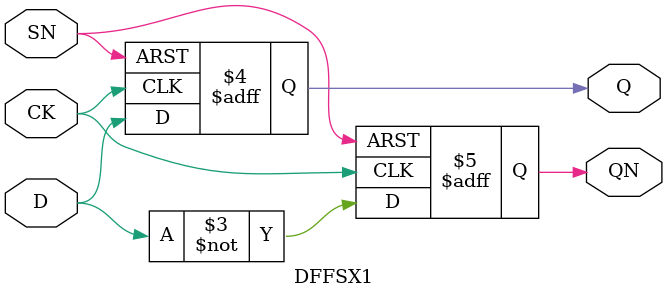
<source format=v>


module DFFSX1 (Q, QN, D, SN, CK );
	output reg Q, QN;
	input D, SN, CK;

	always @(posedge CK or negedge SN) begin
		if (!SN) begin
			Q <= 1;
			QN <= 0;
		end else begin
			Q <= D;
			QN <= ~D;
		end
	end

endmodule

</source>
